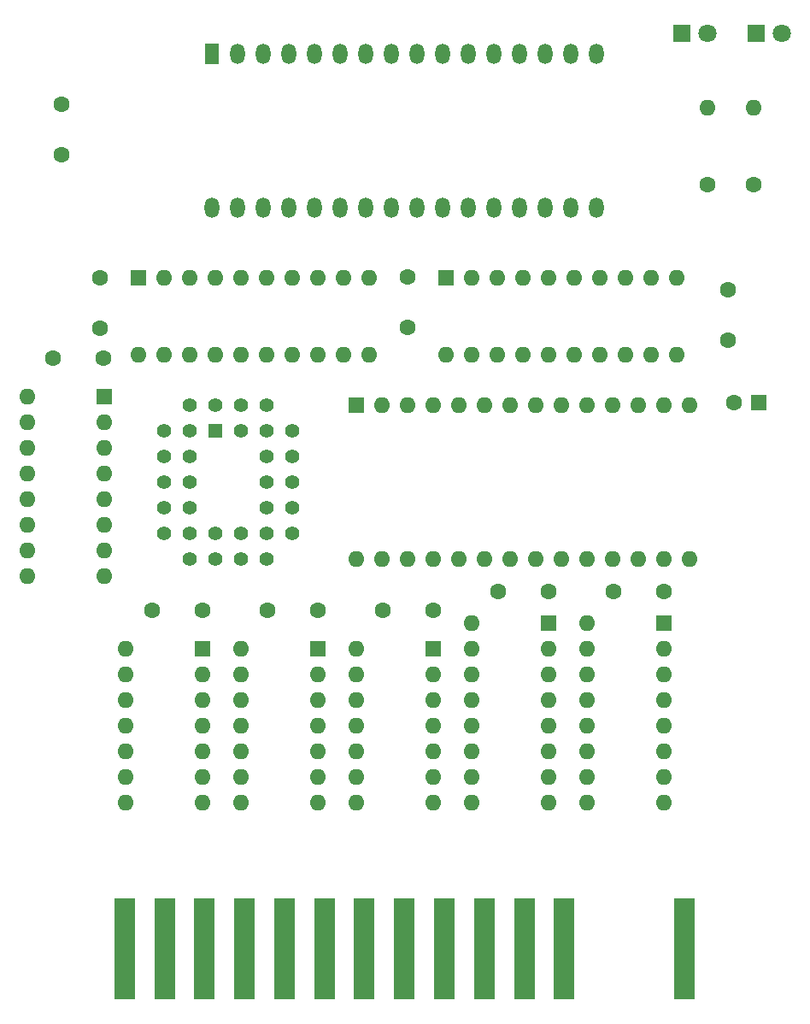
<source format=gbr>
%TF.GenerationSoftware,KiCad,Pcbnew,(6.0.9)*%
%TF.CreationDate,2023-10-11T10:49:31+02:00*%
%TF.ProjectId,p2000t-slot2-datacartridge,70323030-3074-42d7-936c-6f74322d6461,rev?*%
%TF.SameCoordinates,Original*%
%TF.FileFunction,Soldermask,Bot*%
%TF.FilePolarity,Negative*%
%FSLAX46Y46*%
G04 Gerber Fmt 4.6, Leading zero omitted, Abs format (unit mm)*
G04 Created by KiCad (PCBNEW (6.0.9)) date 2023-10-11 10:49:31*
%MOMM*%
%LPD*%
G01*
G04 APERTURE LIST*
%ADD10C,1.600000*%
%ADD11R,1.600000X1.600000*%
%ADD12O,1.600000X1.600000*%
%ADD13R,1.440000X2.000000*%
%ADD14O,1.440000X2.000000*%
%ADD15R,1.422400X1.422400*%
%ADD16C,1.422400*%
%ADD17R,1.800000X1.800000*%
%ADD18C,1.800000*%
%ADD19R,2.000000X10.000000*%
G04 APERTURE END LIST*
D10*
%TO.C,C4*%
X104220000Y-112395000D03*
X109220000Y-112395000D03*
%TD*%
%TO.C,C10*%
X92790000Y-112395000D03*
X97790000Y-112395000D03*
%TD*%
%TO.C,C3*%
X81360000Y-114300000D03*
X86360000Y-114300000D03*
%TD*%
%TO.C,C2*%
X69930000Y-114300000D03*
X74930000Y-114300000D03*
%TD*%
%TO.C,C1*%
X58500000Y-114300000D03*
X63500000Y-114300000D03*
%TD*%
%TO.C,C6*%
X48660000Y-89275000D03*
X53660000Y-89275000D03*
%TD*%
%TO.C,C8*%
X115570000Y-82550000D03*
X115570000Y-87550000D03*
%TD*%
%TO.C,C7*%
X83820000Y-86280000D03*
X83820000Y-81280000D03*
%TD*%
%TO.C,C5*%
X53340000Y-86290000D03*
X53340000Y-81290000D03*
%TD*%
%TO.C,C9*%
X49530000Y-69175000D03*
X49530000Y-64175000D03*
%TD*%
D11*
%TO.C,U5*%
X87635000Y-81290000D03*
D12*
X90175000Y-81290000D03*
X92715000Y-81290000D03*
X95255000Y-81290000D03*
X97795000Y-81290000D03*
X100335000Y-81290000D03*
X102875000Y-81290000D03*
X105415000Y-81290000D03*
X107955000Y-81290000D03*
X110495000Y-81290000D03*
X110495000Y-88910000D03*
X107955000Y-88910000D03*
X105415000Y-88910000D03*
X102875000Y-88910000D03*
X100335000Y-88910000D03*
X97795000Y-88910000D03*
X95255000Y-88910000D03*
X92715000Y-88910000D03*
X90175000Y-88910000D03*
X87635000Y-88910000D03*
%TD*%
D11*
%TO.C,U6*%
X57155000Y-81290000D03*
D12*
X59695000Y-81290000D03*
X62235000Y-81290000D03*
X64775000Y-81290000D03*
X67315000Y-81290000D03*
X69855000Y-81290000D03*
X72395000Y-81290000D03*
X74935000Y-81290000D03*
X77475000Y-81290000D03*
X80015000Y-81290000D03*
X80015000Y-88910000D03*
X77475000Y-88910000D03*
X74935000Y-88910000D03*
X72395000Y-88910000D03*
X69855000Y-88910000D03*
X67315000Y-88910000D03*
X64775000Y-88910000D03*
X62235000Y-88910000D03*
X59695000Y-88910000D03*
X57155000Y-88910000D03*
%TD*%
D13*
%TO.C,U10*%
X64398000Y-59147500D03*
D14*
X66938000Y-59147500D03*
X69478000Y-59147500D03*
X72018000Y-59147500D03*
X74558000Y-59147500D03*
X77098000Y-59147500D03*
X79638000Y-59147500D03*
X82178000Y-59147500D03*
X84718000Y-59147500D03*
X87258000Y-59147500D03*
X89798000Y-59147500D03*
X92338000Y-59147500D03*
X94878000Y-59147500D03*
X97418000Y-59147500D03*
X99958000Y-59147500D03*
X102498000Y-59147500D03*
X102498000Y-74387500D03*
X99958000Y-74387500D03*
X97418000Y-74387500D03*
X94878000Y-74387500D03*
X92338000Y-74387500D03*
X89798000Y-74387500D03*
X87258000Y-74387500D03*
X84718000Y-74387500D03*
X82178000Y-74387500D03*
X79638000Y-74387500D03*
X77098000Y-74387500D03*
X74558000Y-74387500D03*
X72018000Y-74387500D03*
X69478000Y-74387500D03*
X66938000Y-74387500D03*
X64398000Y-74387500D03*
%TD*%
D11*
%TO.C,U7*%
X109220000Y-115570000D03*
D12*
X109220000Y-118110000D03*
X109220000Y-120650000D03*
X109220000Y-123190000D03*
X109220000Y-125730000D03*
X109220000Y-128270000D03*
X109220000Y-130810000D03*
X109220000Y-133350000D03*
X101600000Y-133350000D03*
X101600000Y-130810000D03*
X101600000Y-128270000D03*
X101600000Y-125730000D03*
X101600000Y-123190000D03*
X101600000Y-120650000D03*
X101600000Y-118110000D03*
X101600000Y-115570000D03*
%TD*%
D11*
%TO.C,U3*%
X97790000Y-115570000D03*
D12*
X97790000Y-118110000D03*
X97790000Y-120650000D03*
X97790000Y-123190000D03*
X97790000Y-125730000D03*
X97790000Y-128270000D03*
X97790000Y-130810000D03*
X97790000Y-133350000D03*
X90170000Y-133350000D03*
X90170000Y-130810000D03*
X90170000Y-128270000D03*
X90170000Y-125730000D03*
X90170000Y-123190000D03*
X90170000Y-120650000D03*
X90170000Y-118110000D03*
X90170000Y-115570000D03*
%TD*%
D11*
%TO.C,U2*%
X86360000Y-118110000D03*
D12*
X86360000Y-120650000D03*
X86360000Y-123190000D03*
X86360000Y-125730000D03*
X86360000Y-128270000D03*
X86360000Y-130810000D03*
X86360000Y-133350000D03*
X78740000Y-133350000D03*
X78740000Y-130810000D03*
X78740000Y-128270000D03*
X78740000Y-125730000D03*
X78740000Y-123190000D03*
X78740000Y-120650000D03*
X78740000Y-118110000D03*
%TD*%
D11*
%TO.C,U1*%
X74930000Y-118105000D03*
D12*
X74930000Y-120645000D03*
X74930000Y-123185000D03*
X74930000Y-125725000D03*
X74930000Y-128265000D03*
X74930000Y-130805000D03*
X74930000Y-133345000D03*
X67310000Y-133345000D03*
X67310000Y-130805000D03*
X67310000Y-128265000D03*
X67310000Y-125725000D03*
X67310000Y-123185000D03*
X67310000Y-120645000D03*
X67310000Y-118105000D03*
%TD*%
D11*
%TO.C,U4*%
X63500000Y-118105000D03*
D12*
X63500000Y-120645000D03*
X63500000Y-123185000D03*
X63500000Y-125725000D03*
X63500000Y-128265000D03*
X63500000Y-130805000D03*
X63500000Y-133345000D03*
X55880000Y-133345000D03*
X55880000Y-130805000D03*
X55880000Y-128265000D03*
X55880000Y-125725000D03*
X55880000Y-123185000D03*
X55880000Y-120645000D03*
X55880000Y-118105000D03*
%TD*%
D11*
%TO.C,U9*%
X53730000Y-93075000D03*
D12*
X53730000Y-95615000D03*
X53730000Y-98155000D03*
X53730000Y-100695000D03*
X53730000Y-103235000D03*
X53730000Y-105775000D03*
X53730000Y-108315000D03*
X53730000Y-110855000D03*
X46110000Y-110855000D03*
X46110000Y-108315000D03*
X46110000Y-105775000D03*
X46110000Y-103235000D03*
X46110000Y-100695000D03*
X46110000Y-98155000D03*
X46110000Y-95615000D03*
X46110000Y-93075000D03*
%TD*%
D15*
%TO.C,U8*%
X64770000Y-96520000D03*
D16*
X67310000Y-93980000D03*
X67310000Y-96520000D03*
X69850000Y-93980000D03*
X72390000Y-96520000D03*
X69850000Y-96520000D03*
X72390000Y-99060000D03*
X69850000Y-99060000D03*
X72390000Y-101600000D03*
X69850000Y-101600000D03*
X72390000Y-104140000D03*
X69850000Y-104140000D03*
X72390000Y-106680000D03*
X69850000Y-109220000D03*
X69850000Y-106680000D03*
X67310000Y-109220000D03*
X67310000Y-106680000D03*
X64770000Y-109220000D03*
X64770000Y-106680000D03*
X62230000Y-109220000D03*
X59690000Y-106680000D03*
X62230000Y-106680000D03*
X59690000Y-104140000D03*
X62230000Y-104140000D03*
X59690000Y-101600000D03*
X62230000Y-101600000D03*
X59690000Y-99060000D03*
X62230000Y-99060000D03*
X59690000Y-96520000D03*
X62230000Y-93980000D03*
X62230000Y-96520000D03*
X64770000Y-93980000D03*
%TD*%
D17*
%TO.C,D2*%
X118359000Y-57150000D03*
D18*
X120899000Y-57150000D03*
%TD*%
D10*
%TO.C,R1*%
X113538000Y-72136000D03*
D12*
X113538000Y-64516000D03*
%TD*%
D17*
%TO.C,D1*%
X110993000Y-57150000D03*
D18*
X113533000Y-57150000D03*
%TD*%
D10*
%TO.C,R2*%
X118110000Y-72136000D03*
D12*
X118110000Y-64516000D03*
%TD*%
D19*
%TO.C,J1*%
X55742000Y-147828000D03*
X59702000Y-147828000D03*
X63662000Y-147828000D03*
X67622000Y-147828000D03*
X71582000Y-147828000D03*
X75542000Y-147828000D03*
X79502000Y-147828000D03*
X83462000Y-147828000D03*
X87422000Y-147828000D03*
X91382000Y-147828000D03*
X95342000Y-147828000D03*
X99302000Y-147828000D03*
X111182000Y-147828000D03*
%TD*%
D11*
%TO.C,C11*%
X118618000Y-93726000D03*
D10*
X116118000Y-93726000D03*
%TD*%
D11*
%TO.C,U11*%
X78725000Y-93975000D03*
D12*
X81265000Y-93975000D03*
X83805000Y-93975000D03*
X86345000Y-93975000D03*
X88885000Y-93975000D03*
X91425000Y-93975000D03*
X93965000Y-93975000D03*
X96505000Y-93975000D03*
X99045000Y-93975000D03*
X101585000Y-93975000D03*
X104125000Y-93975000D03*
X106665000Y-93975000D03*
X109205000Y-93975000D03*
X111745000Y-93975000D03*
X111745000Y-109215000D03*
X109205000Y-109215000D03*
X106665000Y-109215000D03*
X104125000Y-109215000D03*
X101585000Y-109215000D03*
X99045000Y-109215000D03*
X96505000Y-109215000D03*
X93965000Y-109215000D03*
X91425000Y-109215000D03*
X88885000Y-109215000D03*
X86345000Y-109215000D03*
X83805000Y-109215000D03*
X81265000Y-109215000D03*
X78725000Y-109215000D03*
%TD*%
M02*

</source>
